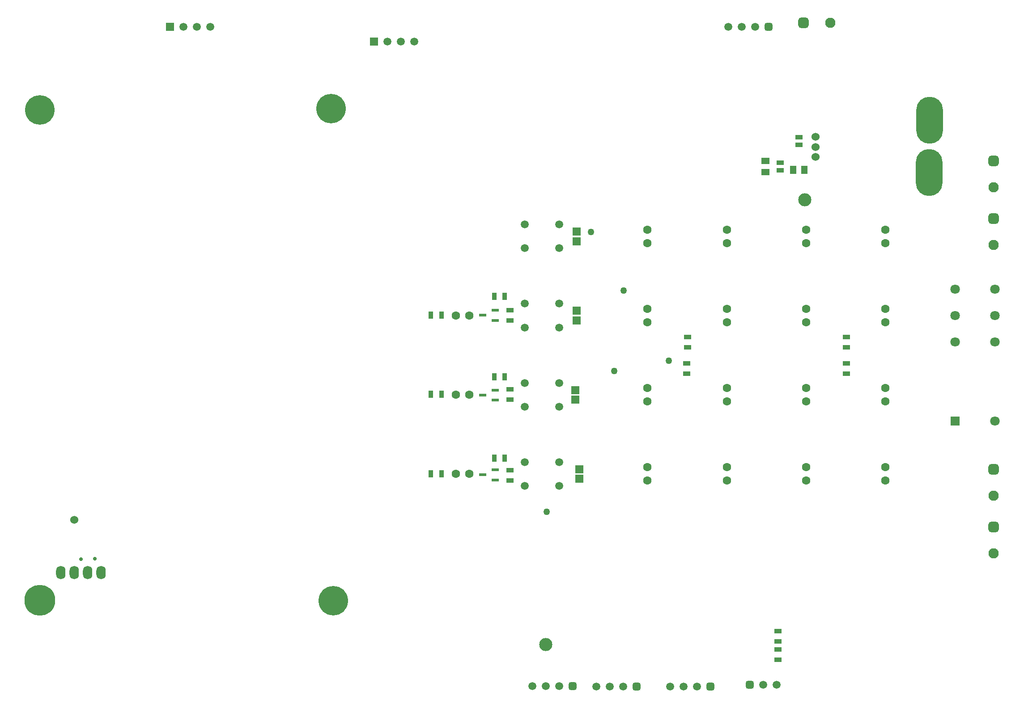
<source format=gbr>
%TF.GenerationSoftware,Altium Limited,Altium Designer,21.6.4 (81)*%
G04 Layer_Color=16711935*
%FSLAX43Y43*%
%MOMM*%
%TF.SameCoordinates,51A45B19-5AA5-45A3-BC04-4EA5AD39BA57*%
%TF.FilePolarity,Negative*%
%TF.FileFunction,Soldermask,Bot*%
%TF.Part,Single*%
G01*
G75*
%TA.AperFunction,ComponentPad*%
G04:AMPARAMS|DCode=13|XSize=1.95mm|YSize=1.95mm|CornerRadius=0.488mm|HoleSize=0mm|Usage=FLASHONLY|Rotation=0.000|XOffset=0mm|YOffset=0mm|HoleType=Round|Shape=RoundedRectangle|*
%AMROUNDEDRECTD13*
21,1,1.950,0.975,0,0,0.0*
21,1,0.975,1.950,0,0,0.0*
1,1,0.975,0.488,-0.488*
1,1,0.975,-0.488,-0.488*
1,1,0.975,-0.488,0.488*
1,1,0.975,0.488,0.488*
%
%ADD13ROUNDEDRECTD13*%
%ADD14C,1.950*%
%ADD15C,1.500*%
G04:AMPARAMS|DCode=16|XSize=1.5mm|YSize=1.5mm|CornerRadius=0.375mm|HoleSize=0mm|Usage=FLASHONLY|Rotation=0.000|XOffset=0mm|YOffset=0mm|HoleType=Round|Shape=RoundedRectangle|*
%AMROUNDEDRECTD16*
21,1,1.500,0.750,0,0,0.0*
21,1,0.750,1.500,0,0,0.0*
1,1,0.750,0.375,-0.375*
1,1,0.750,-0.375,-0.375*
1,1,0.750,-0.375,0.375*
1,1,0.750,0.375,0.375*
%
%ADD16ROUNDEDRECTD16*%
G04:AMPARAMS|DCode=17|XSize=1.95mm|YSize=1.95mm|CornerRadius=0.488mm|HoleSize=0mm|Usage=FLASHONLY|Rotation=270.000|XOffset=0mm|YOffset=0mm|HoleType=Round|Shape=RoundedRectangle|*
%AMROUNDEDRECTD17*
21,1,1.950,0.975,0,0,270.0*
21,1,0.975,1.950,0,0,270.0*
1,1,0.975,-0.488,-0.488*
1,1,0.975,-0.488,0.488*
1,1,0.975,0.488,0.488*
1,1,0.975,0.488,-0.488*
%
%ADD17ROUNDEDRECTD17*%
%ADD18C,1.800*%
%ADD19R,1.800X1.800*%
%ADD21O,5.080X8.890*%
%ADD22C,1.524*%
%ADD23C,1.600*%
%ADD24R,1.500X1.500*%
%ADD25C,5.842*%
%ADD26C,5.588*%
%ADD27O,1.778X2.540*%
%TA.AperFunction,ViaPad*%
%ADD28C,1.270*%
%ADD29C,0.700*%
%TA.AperFunction,SMDPad,CuDef*%
%ADD30R,1.450X0.950*%
%ADD31R,0.950X1.450*%
%ADD32R,1.350X0.600*%
%ADD33R,1.207X1.508*%
%ADD34R,1.508X1.207*%
%ADD35R,1.350X0.950*%
%ADD36R,1.556X1.505*%
%TA.AperFunction,ComponentPad*%
%ADD43C,2.489*%
D13*
X159552Y130500D02*
D03*
D14*
X164552D02*
D03*
X195500Y29925D02*
D03*
Y99314D02*
D03*
Y40894D02*
D03*
Y88392D02*
D03*
D15*
X108204Y4826D02*
D03*
X110744D02*
D03*
X113284D02*
D03*
X145288Y129700D02*
D03*
X147828D02*
D03*
X150368D02*
D03*
X80772Y126873D02*
D03*
X83312D02*
D03*
X85852D02*
D03*
X42164Y129700D02*
D03*
X44704D02*
D03*
X47244D02*
D03*
X139319Y4700D02*
D03*
X136779D02*
D03*
X134239D02*
D03*
X125349D02*
D03*
X122809D02*
D03*
X120269D02*
D03*
X154432Y5080D02*
D03*
X151892D02*
D03*
X106750Y62250D02*
D03*
Y57750D02*
D03*
X113250Y62250D02*
D03*
Y57750D02*
D03*
X106750Y92250D02*
D03*
Y87750D02*
D03*
X113250Y92250D02*
D03*
Y87750D02*
D03*
Y72750D02*
D03*
Y77250D02*
D03*
X106750Y72750D02*
D03*
Y77250D02*
D03*
X113250Y42750D02*
D03*
Y47250D02*
D03*
X106750Y42750D02*
D03*
Y47250D02*
D03*
D16*
X115824Y4826D02*
D03*
X152908Y129700D02*
D03*
X141859Y4700D02*
D03*
X127889D02*
D03*
X149352Y5080D02*
D03*
D17*
X195500Y34925D02*
D03*
Y104314D02*
D03*
Y45894D02*
D03*
Y93392D02*
D03*
D18*
X195750Y55000D02*
D03*
Y70000D02*
D03*
Y75000D02*
D03*
Y80000D02*
D03*
X188250D02*
D03*
Y75000D02*
D03*
Y70000D02*
D03*
D19*
Y55000D02*
D03*
D21*
X183388Y112014D02*
D03*
X183261Y102108D02*
D03*
D22*
X161798Y108839D02*
D03*
Y106934D02*
D03*
Y105029D02*
D03*
X21463Y36322D02*
D03*
D23*
X93730Y45000D02*
D03*
X96270D02*
D03*
X175000Y46270D02*
D03*
Y43730D02*
D03*
X160000Y46270D02*
D03*
Y43730D02*
D03*
X145000Y46270D02*
D03*
Y43730D02*
D03*
X130000Y46270D02*
D03*
Y43730D02*
D03*
X175000Y61270D02*
D03*
Y58730D02*
D03*
X160000Y61270D02*
D03*
Y58730D02*
D03*
X145000Y61270D02*
D03*
Y58730D02*
D03*
X130000Y61270D02*
D03*
Y58730D02*
D03*
X175000Y76270D02*
D03*
Y73730D02*
D03*
X160000Y76270D02*
D03*
Y73730D02*
D03*
X145000Y76270D02*
D03*
Y73730D02*
D03*
X130000Y76270D02*
D03*
Y73730D02*
D03*
X175000Y91270D02*
D03*
Y88730D02*
D03*
X160000Y91270D02*
D03*
Y88730D02*
D03*
X145000Y91270D02*
D03*
Y88730D02*
D03*
X130000Y91270D02*
D03*
Y88730D02*
D03*
X93730Y60000D02*
D03*
X96270D02*
D03*
X93730Y75000D02*
D03*
X96270D02*
D03*
D24*
X78232Y126873D02*
D03*
X39624Y129700D02*
D03*
D25*
X14986Y21082D02*
D03*
D26*
Y113919D02*
D03*
X70104Y114173D02*
D03*
X70485Y20955D02*
D03*
D27*
X18923Y26289D02*
D03*
X21463D02*
D03*
X24003D02*
D03*
X26543D02*
D03*
D28*
X110871Y37846D02*
D03*
X133985Y66421D02*
D03*
X123698Y64516D02*
D03*
X125476Y79756D02*
D03*
X119253Y90805D02*
D03*
D29*
X25400Y28956D02*
D03*
X22733Y28829D02*
D03*
D30*
X104000Y75991D02*
D03*
Y74041D02*
D03*
Y43729D02*
D03*
Y45679D02*
D03*
Y61005D02*
D03*
Y59055D02*
D03*
X167640Y69025D02*
D03*
Y70975D02*
D03*
X137541Y69025D02*
D03*
Y70975D02*
D03*
X137414Y64025D02*
D03*
Y65975D02*
D03*
X167640Y64025D02*
D03*
Y65975D02*
D03*
X154686Y13249D02*
D03*
Y15199D02*
D03*
Y9820D02*
D03*
Y11770D02*
D03*
D31*
X90975Y45000D02*
D03*
X89025D02*
D03*
X102975Y48006D02*
D03*
X101025D02*
D03*
X89025Y60071D02*
D03*
X90975D02*
D03*
X101025Y63373D02*
D03*
X102975D02*
D03*
X90975Y75057D02*
D03*
X89025D02*
D03*
X102975Y78613D02*
D03*
X101025D02*
D03*
D32*
X101200Y45781D02*
D03*
Y43881D02*
D03*
X98800Y44831D02*
D03*
Y59944D02*
D03*
X101200Y58994D02*
D03*
Y60894D02*
D03*
Y76007D02*
D03*
Y74107D02*
D03*
X98800Y75057D02*
D03*
D33*
X157572Y102616D02*
D03*
X159674D02*
D03*
D34*
X152273Y104302D02*
D03*
Y102200D02*
D03*
D35*
X155067Y104001D02*
D03*
Y102501D02*
D03*
X158623Y108827D02*
D03*
Y107327D02*
D03*
D36*
X117094Y45901D02*
D03*
Y44099D02*
D03*
X116586Y89099D02*
D03*
Y90901D02*
D03*
Y75901D02*
D03*
Y74099D02*
D03*
X116332Y60901D02*
D03*
Y59099D02*
D03*
D43*
X110744Y12700D02*
D03*
X159766Y96901D02*
D03*
%TF.MD5,bffb65c368aa9b482bc19778b134abf5*%
M02*

</source>
